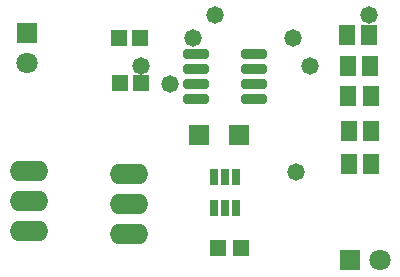
<source format=gts>
G04*
G04 #@! TF.GenerationSoftware,Altium Limited,Altium Designer,23.8.1 (32)*
G04*
G04 Layer_Color=8388736*
%FSLAX44Y44*%
%MOMM*%
G71*
G04*
G04 #@! TF.SameCoordinates,28D0BBF9-8047-43AB-9FF1-3D26A4D0E5B6*
G04*
G04*
G04 #@! TF.FilePolarity,Negative*
G04*
G01*
G75*
%ADD20R,1.4524X1.6524*%
G04:AMPARAMS|DCode=21|XSize=2.1732mm|YSize=0.8032mm|CornerRadius=0.1766mm|HoleSize=0mm|Usage=FLASHONLY|Rotation=180.000|XOffset=0mm|YOffset=0mm|HoleType=Round|Shape=RoundedRectangle|*
%AMROUNDEDRECTD21*
21,1,2.1732,0.4500,0,0,180.0*
21,1,1.8200,0.8032,0,0,180.0*
1,1,0.3532,-0.9100,0.2250*
1,1,0.3532,0.9100,0.2250*
1,1,0.3532,0.9100,-0.2250*
1,1,0.3532,-0.9100,-0.2250*
%
%ADD21ROUNDEDRECTD21*%
%ADD22R,0.7532X1.4032*%
%ADD23R,1.7272X1.7272*%
%ADD24R,1.3524X1.3524*%
%ADD25R,1.4224X1.4224*%
%ADD26O,3.2512X1.7272*%
%ADD27R,1.8032X1.8032*%
%ADD28C,1.8032*%
%ADD29R,1.8032X1.8032*%
%ADD30C,1.4732*%
D20*
X597511Y1135381D02*
D03*
X578511D02*
D03*
X597511Y1163321D02*
D03*
X578511D02*
D03*
X577241Y1217931D02*
D03*
X596241D02*
D03*
X576580Y1244600D02*
D03*
X595580D02*
D03*
X577850Y1192530D02*
D03*
X596850D02*
D03*
D21*
X448960Y1189990D02*
D03*
Y1202690D02*
D03*
Y1215390D02*
D03*
Y1228090D02*
D03*
X498460D02*
D03*
Y1215390D02*
D03*
Y1202690D02*
D03*
Y1189990D02*
D03*
D22*
X483210Y1124250D02*
D03*
X473710D02*
D03*
X464210D02*
D03*
Y1098250D02*
D03*
X483210D02*
D03*
X473710D02*
D03*
D23*
X485778Y1159460D02*
D03*
X451488D02*
D03*
D24*
X401320Y1242061D02*
D03*
X383540D02*
D03*
X402590Y1203961D02*
D03*
X384810D02*
D03*
D25*
X467360Y1064260D02*
D03*
X487360D02*
D03*
D26*
X392430Y1126490D02*
D03*
Y1101090D02*
D03*
Y1075690D02*
D03*
X307340Y1078230D02*
D03*
Y1103630D02*
D03*
Y1129030D02*
D03*
D27*
X579120Y1054100D02*
D03*
D28*
X604520D02*
D03*
X306070Y1220470D02*
D03*
D29*
Y1245870D02*
D03*
D30*
X531368Y1242061D02*
D03*
X446023D02*
D03*
X464820Y1261618D02*
D03*
X595580D02*
D03*
X427228Y1203198D02*
D03*
X533400Y1128268D02*
D03*
X545084Y1217930D02*
D03*
X402590D02*
D03*
M02*

</source>
